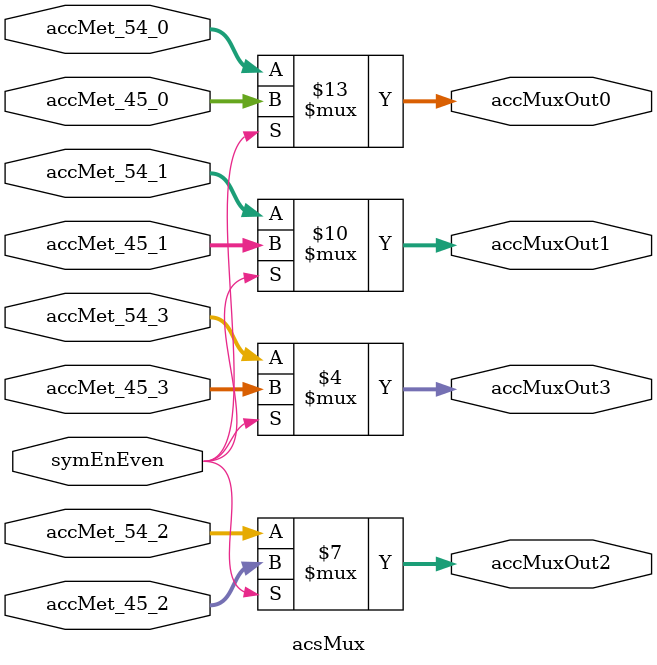
<source format=v>
`timescale 1ns/1ps
module acsMux (
    symEnEven,
    accMet_45_0, accMet_45_1, accMet_45_2, accMet_45_3, 
    accMet_54_0, accMet_54_1, accMet_54_2, accMet_54_3, 
    accMuxOut0,accMuxOut1,accMuxOut2,accMuxOut3
    );
parameter             ACS_BITS = 8;

input                   symEnEven;
input   [ACS_BITS-1:0]  accMet_45_0, accMet_45_1, accMet_45_2, accMet_45_3, 
                        accMet_54_0, accMet_54_1, accMet_54_2, accMet_54_3;
output  [ACS_BITS-1:0]  accMuxOut0,accMuxOut1,accMuxOut2,accMuxOut3;     

// Two 8to4 input muxes on the accumulated metric inputs. 
reg [ACS_BITS-1:0]    accMuxOut0, accMuxOut1, accMuxOut2, accMuxOut3;
always @(symEnEven or 
        accMet_45_0 or accMet_54_0 or
        accMet_45_1 or accMet_54_1 or 
        accMet_45_2 or accMet_54_2 or 
        accMet_45_3 or accMet_54_3)
    begin
    //if (symEnEvenMux) begin 
    if (~symEnEven) begin 
        accMuxOut0 <= accMet_54_0;
        accMuxOut1 <= accMet_54_1;
        accMuxOut2 <= accMet_54_2;
        accMuxOut3 <= accMet_54_3;
        end
    else begin
        accMuxOut0 <= accMet_45_0;
        accMuxOut1 <= accMet_45_1;
        accMuxOut2 <= accMet_45_2;
        accMuxOut3 <= accMet_45_3;
        end
    end
   
endmodule

</source>
